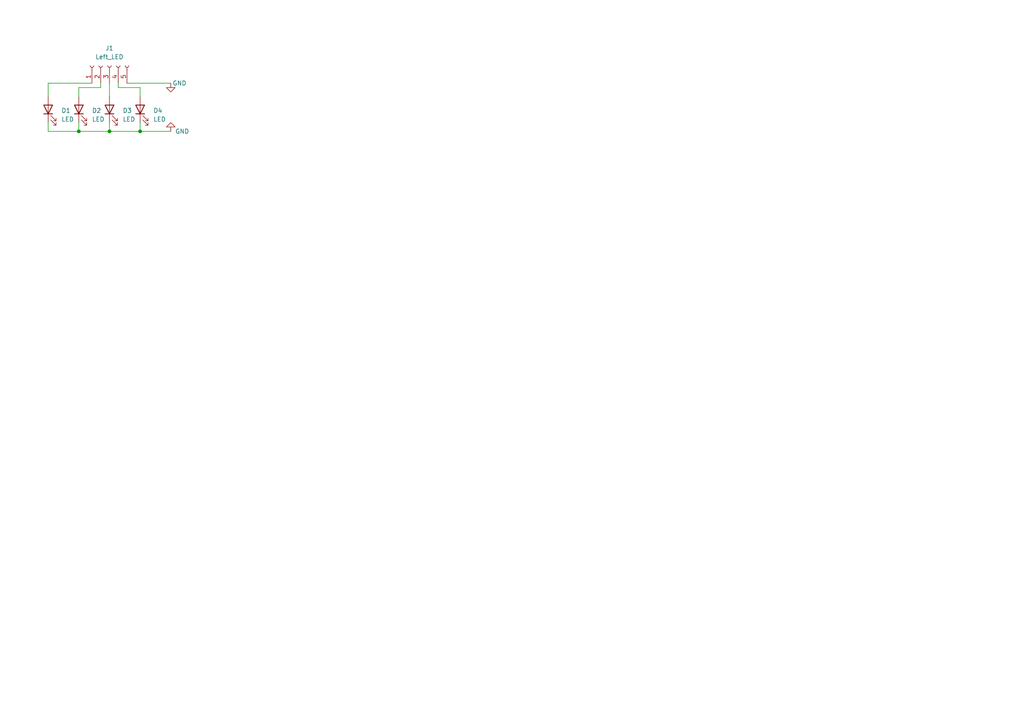
<source format=kicad_sch>
(kicad_sch (version 20211123) (generator eeschema)
  (paper "A4")
  (lib_symbols
    (symbol "Connector:Conn_01x05_Female" (pin_names (offset 1.016) hide)
      (property "Reference" "J" (at 0 7.62 0))
      (property "Value" "Conn_01x05_Female" (at 0 -7.62 0))
      (symbol "Conn_01x05_Female_1_1"
        (arc (start 0 -4.572) (mid -0.508 -5.08) (end 0 -5.588) (stroke (width 0.1524)))
        (arc (start 0 -2.032) (mid -0.508 -2.54) (end 0 -3.048) (stroke (width 0.1524)))
        (polyline (pts (xy -1.27 -5.08) (xy -0.508 -5.08)) (stroke (width 0.1524)))
        (polyline (pts (xy -1.27 -2.54) (xy -0.508 -2.54)) (stroke (width 0.1524)))
        (polyline (pts (xy -1.27 0) (xy -0.508 0)) (stroke (width 0.1524)))
        (polyline (pts (xy -1.27 2.54) (xy -0.508 2.54)) (stroke (width 0.1524)))
        (polyline (pts (xy -1.27 5.08) (xy -0.508 5.08)) (stroke (width 0.1524)))
        (arc (start 0 0.508) (mid -0.508 0) (end 0 -0.508) (stroke (width 0.1524)))
        (arc (start 0 3.048) (mid -0.508 2.54) (end 0 2.032) (stroke (width 0.1524)))
        (arc (start 0 5.588) (mid -0.508 5.08) (end 0 4.572) (stroke (width 0.1524)))
        (pin passive line (at -5.08 5.08 0) (length 3.81) (name "Pin_1") (number "1"))
        (pin passive line (at -5.08 2.54 0) (length 3.81) (name "Pin_2") (number "2"))
        (pin passive line (at -5.08 0 0) (length 3.81) (name "Pin_3") (number "3"))
        (pin passive line (at -5.08 -2.54 0) (length 3.81) (name "Pin_4") (number "4"))
        (pin passive line (at -5.08 -5.08 0) (length 3.81) (name "Pin_5") (number "5"))
      )
    )
    (symbol "Device:LED" (pin_numbers hide) (pin_names (offset 1.016) hide)
      (property "Reference" "D" (at 0 2.54 0))
      (property "Value" "LED" (at 0 -2.54 0))
      (symbol "LED_0_1"
        (polyline (pts (xy -1.27 -1.27) (xy -1.27 1.27)) (stroke (width 0.254)))
        (polyline (pts (xy -1.27 0) (xy 1.27 0)))
        (polyline (pts (xy 1.27 -1.27) (xy 1.27 1.27) (xy -1.27 0) (xy 1.27 -1.27)) (stroke (width 0.254)))
        (polyline (pts (xy -3.048 -0.762) (xy -4.572 -2.286) (xy -3.81 -2.286) (xy -4.572 -2.286) (xy -4.572 -1.524)))
        (polyline (pts (xy -1.778 -0.762) (xy -3.302 -2.286) (xy -2.54 -2.286) (xy -3.302 -2.286) (xy -3.302 -1.524)))
      )
      (symbol "LED_1_1"
        (pin passive line (at -3.81 0 0) (length 2.54) (name "K") (number "1"))
        (pin passive line (at 3.81 0 180) (length 2.54) (name "A") (number "2"))
      )
    )
    (symbol "power:GND" (power) (pin_names (offset 0))
      (property "Value" "GND" (at 0 -3.81 0))
      (symbol "GND_0_1"
        (polyline (pts (xy 0 0) (xy 0 -1.27) (xy 1.27 -1.27) (xy 0 -2.54) (xy -1.27 -1.27) (xy 0 -1.27)))
      )
      (symbol "GND_1_1"
        (pin power_in line (at 0 0 270) (length 0) hide (name "GND") (number "1"))
      )
    )
  )
  (junction (at 31.75 38.1))
  (junction (at 40.64 38.1))
  (junction (at 22.86 38.1))
  (wire (pts (xy 13.97 24.13) (xy 13.97 27.94)))
  (wire (pts (xy 31.75 38.1) (xy 22.86 38.1)))
  (wire (pts (xy 49.53 38.1) (xy 40.64 38.1)))
  (wire (pts (xy 13.97 38.1) (xy 13.97 35.56)))
  (wire (pts (xy 29.21 24.13) (xy 29.21 25.4)))
  (wire (pts (xy 29.21 25.4) (xy 22.86 25.4)))
  (wire (pts (xy 26.67 24.13) (xy 13.97 24.13)))
  (wire (pts (xy 36.83 24.13) (xy 49.53 24.13)))
  (wire (pts (xy 34.29 24.13) (xy 34.29 25.4)))
  (wire (pts (xy 40.64 35.56) (xy 40.64 38.1)))
  (wire (pts (xy 31.75 24.13) (xy 31.75 27.94)))
  (wire (pts (xy 22.86 25.4) (xy 22.86 27.94)))
  (wire (pts (xy 31.75 35.56) (xy 31.75 38.1)))
  (wire (pts (xy 22.86 38.1) (xy 13.97 38.1)))
  (wire (pts (xy 34.29 25.4) (xy 40.64 25.4)))
  (wire (pts (xy 40.64 25.4) (xy 40.64 27.94)))
  (wire (pts (xy 22.86 35.56) (xy 22.86 38.1)))
  (wire (pts (xy 40.64 38.1) (xy 31.75 38.1)))
  (symbol (lib_id "Device:LED") (at 22.86 31.75 90) (unit 1)
    (property "Reference" "D2" (at 26.67 32.0674 90) (effects (justify right)))
    (property "Value" "LED" (at 26.67 34.6074 90) (effects (justify right)))
    (property "Footprint" "Connector_PinSocket_2.54mm:PinSocket_1x02_P2.54mm_Horizontal" (effects hide))
  )
  (symbol (lib_id "power:GND") (at 49.53 38.1 180) (unit 1)
    (property "Reference" "#PWR0101" (effects hide))
    (property "Value" "GND" (at 50.8 38.1 0) (effects (justify right)))
  )
  (symbol (lib_id "Device:LED") (at 31.75 31.75 90) (unit 1)
    (property "Reference" "D3" (at 35.56 32.0674 90) (effects (justify right)))
    (property "Value" "LED" (at 35.56 34.6074 90) (effects (justify right)))
    (property "Footprint" "Connector_PinSocket_2.54mm:PinSocket_1x02_P2.54mm_Horizontal" (effects hide))
  )
  (symbol (lib_id "Device:LED") (at 40.64 31.75 90) (unit 1)
    (property "Reference" "D4" (at 44.45 32.0674 90) (effects (justify right)))
    (property "Value" "LED" (at 44.45 34.6074 90) (effects (justify right)))
    (property "Footprint" "Connector_PinSocket_2.54mm:PinSocket_1x02_P2.54mm_Horizontal" (effects hide))
  )
  (symbol (lib_id "Device:LED") (at 13.97 31.75 90) (unit 1)
    (property "Reference" "D1" (at 17.78 32.0674 90) (effects (justify right)))
    (property "Value" "LED" (at 17.78 34.6074 90) (effects (justify right)))
    (property "Footprint" "Connector_PinSocket_2.54mm:PinSocket_1x02_P2.54mm_Horizontal" (effects hide))
  )
  (symbol (lib_id "power:GND") (at 49.53 24.13 0) (unit 1)
    (property "Reference" "#PWR0102" (effects hide))
    (property "Value" "GND" (at 52.07 24.13 0))
  )
  (symbol (lib_id "Connector:Conn_01x05_Female") (at 31.75 19.05 90) (unit 1)
    (property "Reference" "J1" (at 31.75 13.97 90))
    (property "Value" "Left_LED" (at 31.75 16.51 90))
    (property "Footprint" "Connector_PinSocket_2.54mm:PinSocket_1x05_P2.54mm_Vertical" (effects hide))
  )
)
</source>
